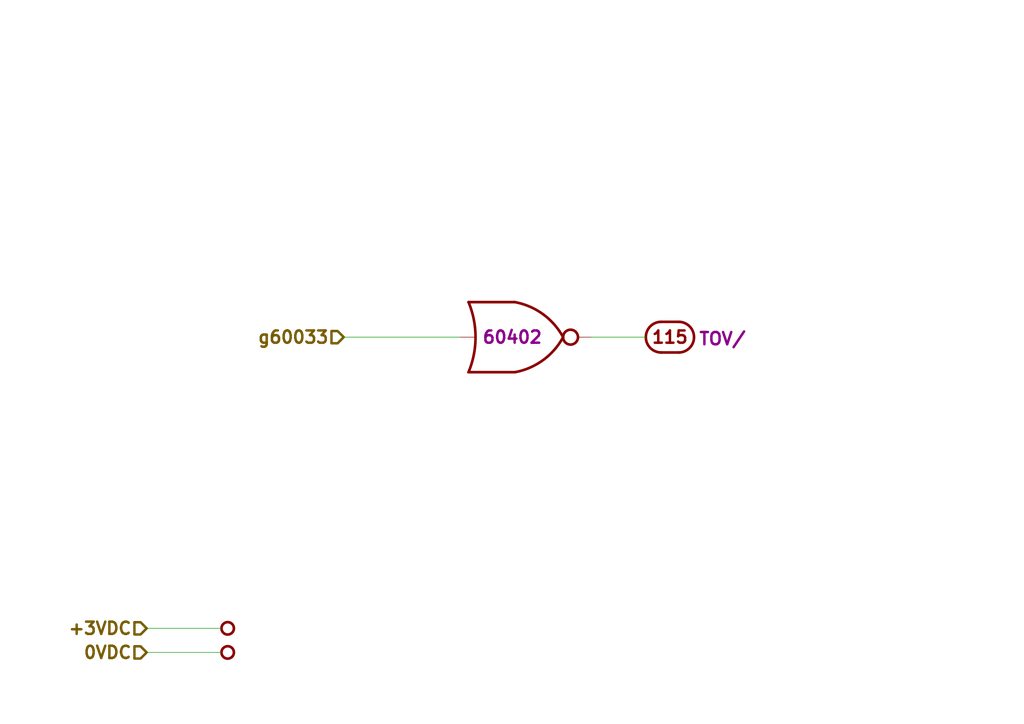
<source format=kicad_sch>
(kicad_sch (version 20211123) (generator eeschema)
  (paper "A4")
  (title_block (title "BLOCK I LOGIC FLOW S, MODULE A21, DRAWING 1006556") (date "2018-11-25") (rev "Draft") (comment 1 "Modules A21"))
  (wire (pts (xy 171.45 97.79) (xy 187.325 97.79)))
  (wire (pts (xy 42.545 189.23) (xy 64.135 189.23)))
  (wire (pts (xy 99.695 97.79) (xy 133.35 97.79)))
  (wire (pts (xy 42.545 182.245) (xy 64.135 182.245)))
  (hierarchical_label "g60033" (shape input) (at 99.695 97.79 180) (effects (font (size 3.556 3.556) (thickness 0.7112) bold)))
  (hierarchical_label "+3VDC" (shape input) (at 42.545 182.245 180) (effects (font (size 3.556 3.556) (thickness 0.7112) bold)))
  (hierarchical_label "0VDC" (shape input) (at 42.545 189.23 180) (effects (font (size 3.556 3.556) (thickness 0.7112) bold)))
  (symbol (lib_id "D3NOR-+3VDC-0VDC-nd1021041:D3NOR-+3VDC-0VDC-nd1021041-_3_-___") (at 148.59 97.79 0) (mirror x) (unit 1)
    (property "Reference" "U2201" (effects hide))
    (property "Value" "D3NOR-+3VDC-0VDC-nd1021041-_3_-___" (effects hide))
    (property "Location" "60402" (at 148.59 97.79 0) (effects (font (size 3.556 3.556) bold)))
  )
  (symbol (lib_id "AGC_DSKY:ConnectorGeneric") (at 194.31 97.79 180) (unit 115)
    (property "Reference" "J1" (effects hide))
    (property "Value" "ConnectorGeneric" (effects hide))
    (property "Caption" "TOV/" (at 209.55 95.885 0) (effects (font (size 3.556 3.556) bold) (justify bottom)))
  )
  (symbol (lib_id "AGC_DSKY:Node2") (at 66.04 182.245 180)
    (property "Reference" "N2101" (effects hide))
    (property "Value" "Node2" (effects hide))
    (property "Caption" "+3VDC" (effects hide))
  )
  (symbol (lib_id "AGC_DSKY:Node2") (at 66.04 189.23 180)
    (property "Reference" "N2102" (effects hide))
    (property "Value" "Node2" (effects hide))
    (property "Caption" "0VDC" (effects hide))
  )
)
</source>
